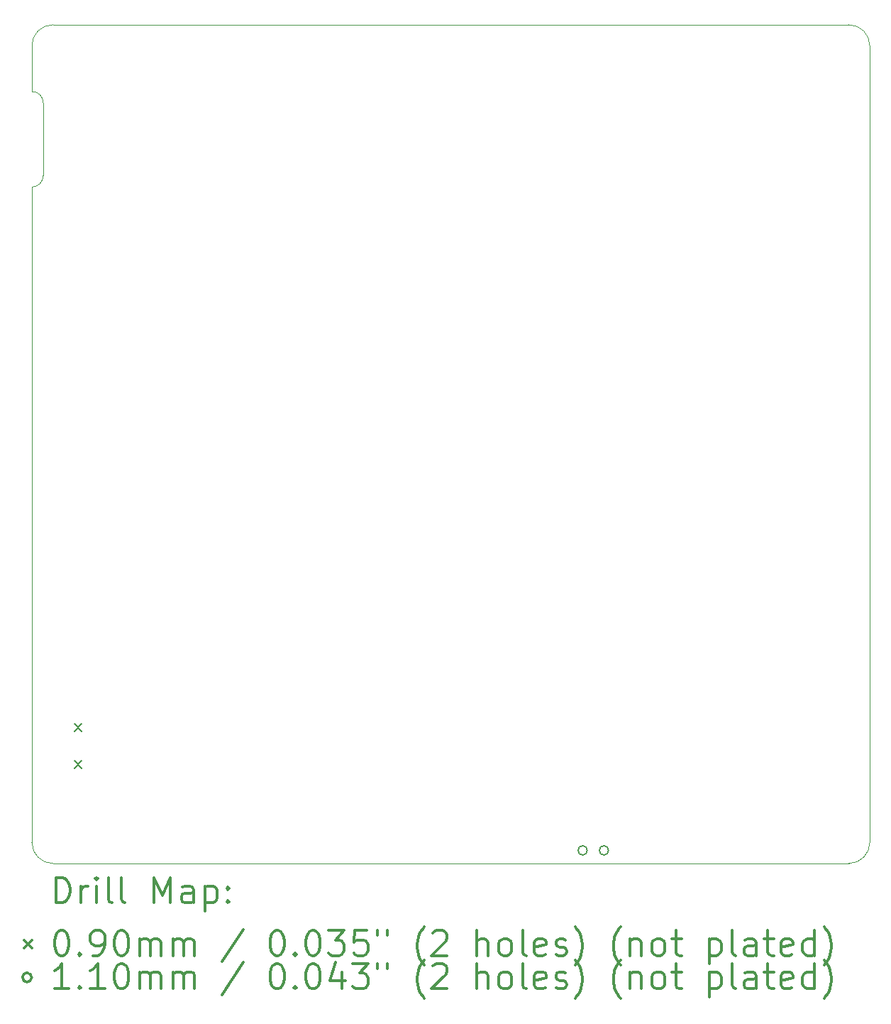
<source format=gbr>
%FSLAX45Y45*%
G04 Gerber Fmt 4.5, Leading zero omitted, Abs format (unit mm)*
G04 Created by KiCad (PCBNEW (5.1.8)-1) date 2021-10-18 22:41:16*
%MOMM*%
%LPD*%
G01*
G04 APERTURE LIST*
%TA.AperFunction,Profile*%
%ADD10C,0.050000*%
%TD*%
%ADD11C,0.200000*%
%ADD12C,0.300000*%
G04 APERTURE END LIST*
D10*
X3325000Y-5375000D02*
G75*
G02*
X3575000Y-5125000I250000J0D01*
G01*
X13075000Y-5125000D02*
G75*
G02*
X13325000Y-5375000I0J-250000D01*
G01*
X13325000Y-14875000D02*
G75*
G02*
X13075000Y-15125000I-250000J0D01*
G01*
X3575000Y-15125000D02*
G75*
G02*
X3325000Y-14875000I0J250000D01*
G01*
X3460000Y-6925000D02*
G75*
G02*
X3325000Y-7060000I-135000J0D01*
G01*
X3325000Y-5920000D02*
G75*
G02*
X3460000Y-6055000I0J-135000D01*
G01*
X3325000Y-5375000D02*
X3325000Y-5920000D01*
X3460000Y-6055000D02*
X3460000Y-6925000D01*
X3325000Y-7060000D02*
X3325000Y-14875000D01*
X13075000Y-5125000D02*
X3575000Y-5125000D01*
X13325000Y-14875000D02*
X13325000Y-5375000D01*
X3575000Y-15125000D02*
X13075000Y-15125000D01*
D11*
X3830000Y-13460000D02*
X3920000Y-13550000D01*
X3920000Y-13460000D02*
X3830000Y-13550000D01*
X3830000Y-13900000D02*
X3920000Y-13990000D01*
X3920000Y-13900000D02*
X3830000Y-13990000D01*
X9953000Y-14969000D02*
G75*
G03*
X9953000Y-14969000I-55000J0D01*
G01*
X10207000Y-14969000D02*
G75*
G03*
X10207000Y-14969000I-55000J0D01*
G01*
D12*
X3608928Y-15593214D02*
X3608928Y-15293214D01*
X3680357Y-15293214D01*
X3723214Y-15307500D01*
X3751786Y-15336071D01*
X3766071Y-15364643D01*
X3780357Y-15421786D01*
X3780357Y-15464643D01*
X3766071Y-15521786D01*
X3751786Y-15550357D01*
X3723214Y-15578929D01*
X3680357Y-15593214D01*
X3608928Y-15593214D01*
X3908928Y-15593214D02*
X3908928Y-15393214D01*
X3908928Y-15450357D02*
X3923214Y-15421786D01*
X3937500Y-15407500D01*
X3966071Y-15393214D01*
X3994643Y-15393214D01*
X4094643Y-15593214D02*
X4094643Y-15393214D01*
X4094643Y-15293214D02*
X4080357Y-15307500D01*
X4094643Y-15321786D01*
X4108928Y-15307500D01*
X4094643Y-15293214D01*
X4094643Y-15321786D01*
X4280357Y-15593214D02*
X4251786Y-15578929D01*
X4237500Y-15550357D01*
X4237500Y-15293214D01*
X4437500Y-15593214D02*
X4408928Y-15578929D01*
X4394643Y-15550357D01*
X4394643Y-15293214D01*
X4780357Y-15593214D02*
X4780357Y-15293214D01*
X4880357Y-15507500D01*
X4980357Y-15293214D01*
X4980357Y-15593214D01*
X5251786Y-15593214D02*
X5251786Y-15436071D01*
X5237500Y-15407500D01*
X5208928Y-15393214D01*
X5151786Y-15393214D01*
X5123214Y-15407500D01*
X5251786Y-15578929D02*
X5223214Y-15593214D01*
X5151786Y-15593214D01*
X5123214Y-15578929D01*
X5108928Y-15550357D01*
X5108928Y-15521786D01*
X5123214Y-15493214D01*
X5151786Y-15478929D01*
X5223214Y-15478929D01*
X5251786Y-15464643D01*
X5394643Y-15393214D02*
X5394643Y-15693214D01*
X5394643Y-15407500D02*
X5423214Y-15393214D01*
X5480357Y-15393214D01*
X5508928Y-15407500D01*
X5523214Y-15421786D01*
X5537500Y-15450357D01*
X5537500Y-15536071D01*
X5523214Y-15564643D01*
X5508928Y-15578929D01*
X5480357Y-15593214D01*
X5423214Y-15593214D01*
X5394643Y-15578929D01*
X5666071Y-15564643D02*
X5680357Y-15578929D01*
X5666071Y-15593214D01*
X5651786Y-15578929D01*
X5666071Y-15564643D01*
X5666071Y-15593214D01*
X5666071Y-15407500D02*
X5680357Y-15421786D01*
X5666071Y-15436071D01*
X5651786Y-15421786D01*
X5666071Y-15407500D01*
X5666071Y-15436071D01*
X3232500Y-16042500D02*
X3322500Y-16132500D01*
X3322500Y-16042500D02*
X3232500Y-16132500D01*
X3666071Y-15923214D02*
X3694643Y-15923214D01*
X3723214Y-15937500D01*
X3737500Y-15951786D01*
X3751786Y-15980357D01*
X3766071Y-16037500D01*
X3766071Y-16108929D01*
X3751786Y-16166071D01*
X3737500Y-16194643D01*
X3723214Y-16208929D01*
X3694643Y-16223214D01*
X3666071Y-16223214D01*
X3637500Y-16208929D01*
X3623214Y-16194643D01*
X3608928Y-16166071D01*
X3594643Y-16108929D01*
X3594643Y-16037500D01*
X3608928Y-15980357D01*
X3623214Y-15951786D01*
X3637500Y-15937500D01*
X3666071Y-15923214D01*
X3894643Y-16194643D02*
X3908928Y-16208929D01*
X3894643Y-16223214D01*
X3880357Y-16208929D01*
X3894643Y-16194643D01*
X3894643Y-16223214D01*
X4051786Y-16223214D02*
X4108928Y-16223214D01*
X4137500Y-16208929D01*
X4151786Y-16194643D01*
X4180357Y-16151786D01*
X4194643Y-16094643D01*
X4194643Y-15980357D01*
X4180357Y-15951786D01*
X4166071Y-15937500D01*
X4137500Y-15923214D01*
X4080357Y-15923214D01*
X4051786Y-15937500D01*
X4037500Y-15951786D01*
X4023214Y-15980357D01*
X4023214Y-16051786D01*
X4037500Y-16080357D01*
X4051786Y-16094643D01*
X4080357Y-16108929D01*
X4137500Y-16108929D01*
X4166071Y-16094643D01*
X4180357Y-16080357D01*
X4194643Y-16051786D01*
X4380357Y-15923214D02*
X4408928Y-15923214D01*
X4437500Y-15937500D01*
X4451786Y-15951786D01*
X4466071Y-15980357D01*
X4480357Y-16037500D01*
X4480357Y-16108929D01*
X4466071Y-16166071D01*
X4451786Y-16194643D01*
X4437500Y-16208929D01*
X4408928Y-16223214D01*
X4380357Y-16223214D01*
X4351786Y-16208929D01*
X4337500Y-16194643D01*
X4323214Y-16166071D01*
X4308928Y-16108929D01*
X4308928Y-16037500D01*
X4323214Y-15980357D01*
X4337500Y-15951786D01*
X4351786Y-15937500D01*
X4380357Y-15923214D01*
X4608928Y-16223214D02*
X4608928Y-16023214D01*
X4608928Y-16051786D02*
X4623214Y-16037500D01*
X4651786Y-16023214D01*
X4694643Y-16023214D01*
X4723214Y-16037500D01*
X4737500Y-16066071D01*
X4737500Y-16223214D01*
X4737500Y-16066071D02*
X4751786Y-16037500D01*
X4780357Y-16023214D01*
X4823214Y-16023214D01*
X4851786Y-16037500D01*
X4866071Y-16066071D01*
X4866071Y-16223214D01*
X5008928Y-16223214D02*
X5008928Y-16023214D01*
X5008928Y-16051786D02*
X5023214Y-16037500D01*
X5051786Y-16023214D01*
X5094643Y-16023214D01*
X5123214Y-16037500D01*
X5137500Y-16066071D01*
X5137500Y-16223214D01*
X5137500Y-16066071D02*
X5151786Y-16037500D01*
X5180357Y-16023214D01*
X5223214Y-16023214D01*
X5251786Y-16037500D01*
X5266071Y-16066071D01*
X5266071Y-16223214D01*
X5851786Y-15908929D02*
X5594643Y-16294643D01*
X6237500Y-15923214D02*
X6266071Y-15923214D01*
X6294643Y-15937500D01*
X6308928Y-15951786D01*
X6323214Y-15980357D01*
X6337500Y-16037500D01*
X6337500Y-16108929D01*
X6323214Y-16166071D01*
X6308928Y-16194643D01*
X6294643Y-16208929D01*
X6266071Y-16223214D01*
X6237500Y-16223214D01*
X6208928Y-16208929D01*
X6194643Y-16194643D01*
X6180357Y-16166071D01*
X6166071Y-16108929D01*
X6166071Y-16037500D01*
X6180357Y-15980357D01*
X6194643Y-15951786D01*
X6208928Y-15937500D01*
X6237500Y-15923214D01*
X6466071Y-16194643D02*
X6480357Y-16208929D01*
X6466071Y-16223214D01*
X6451786Y-16208929D01*
X6466071Y-16194643D01*
X6466071Y-16223214D01*
X6666071Y-15923214D02*
X6694643Y-15923214D01*
X6723214Y-15937500D01*
X6737500Y-15951786D01*
X6751786Y-15980357D01*
X6766071Y-16037500D01*
X6766071Y-16108929D01*
X6751786Y-16166071D01*
X6737500Y-16194643D01*
X6723214Y-16208929D01*
X6694643Y-16223214D01*
X6666071Y-16223214D01*
X6637500Y-16208929D01*
X6623214Y-16194643D01*
X6608928Y-16166071D01*
X6594643Y-16108929D01*
X6594643Y-16037500D01*
X6608928Y-15980357D01*
X6623214Y-15951786D01*
X6637500Y-15937500D01*
X6666071Y-15923214D01*
X6866071Y-15923214D02*
X7051786Y-15923214D01*
X6951786Y-16037500D01*
X6994643Y-16037500D01*
X7023214Y-16051786D01*
X7037500Y-16066071D01*
X7051786Y-16094643D01*
X7051786Y-16166071D01*
X7037500Y-16194643D01*
X7023214Y-16208929D01*
X6994643Y-16223214D01*
X6908928Y-16223214D01*
X6880357Y-16208929D01*
X6866071Y-16194643D01*
X7323214Y-15923214D02*
X7180357Y-15923214D01*
X7166071Y-16066071D01*
X7180357Y-16051786D01*
X7208928Y-16037500D01*
X7280357Y-16037500D01*
X7308928Y-16051786D01*
X7323214Y-16066071D01*
X7337500Y-16094643D01*
X7337500Y-16166071D01*
X7323214Y-16194643D01*
X7308928Y-16208929D01*
X7280357Y-16223214D01*
X7208928Y-16223214D01*
X7180357Y-16208929D01*
X7166071Y-16194643D01*
X7451786Y-15923214D02*
X7451786Y-15980357D01*
X7566071Y-15923214D02*
X7566071Y-15980357D01*
X8008928Y-16337500D02*
X7994643Y-16323214D01*
X7966071Y-16280357D01*
X7951786Y-16251786D01*
X7937500Y-16208929D01*
X7923214Y-16137500D01*
X7923214Y-16080357D01*
X7937500Y-16008929D01*
X7951786Y-15966071D01*
X7966071Y-15937500D01*
X7994643Y-15894643D01*
X8008928Y-15880357D01*
X8108928Y-15951786D02*
X8123214Y-15937500D01*
X8151786Y-15923214D01*
X8223214Y-15923214D01*
X8251786Y-15937500D01*
X8266071Y-15951786D01*
X8280357Y-15980357D01*
X8280357Y-16008929D01*
X8266071Y-16051786D01*
X8094643Y-16223214D01*
X8280357Y-16223214D01*
X8637500Y-16223214D02*
X8637500Y-15923214D01*
X8766071Y-16223214D02*
X8766071Y-16066071D01*
X8751786Y-16037500D01*
X8723214Y-16023214D01*
X8680357Y-16023214D01*
X8651786Y-16037500D01*
X8637500Y-16051786D01*
X8951786Y-16223214D02*
X8923214Y-16208929D01*
X8908928Y-16194643D01*
X8894643Y-16166071D01*
X8894643Y-16080357D01*
X8908928Y-16051786D01*
X8923214Y-16037500D01*
X8951786Y-16023214D01*
X8994643Y-16023214D01*
X9023214Y-16037500D01*
X9037500Y-16051786D01*
X9051786Y-16080357D01*
X9051786Y-16166071D01*
X9037500Y-16194643D01*
X9023214Y-16208929D01*
X8994643Y-16223214D01*
X8951786Y-16223214D01*
X9223214Y-16223214D02*
X9194643Y-16208929D01*
X9180357Y-16180357D01*
X9180357Y-15923214D01*
X9451786Y-16208929D02*
X9423214Y-16223214D01*
X9366071Y-16223214D01*
X9337500Y-16208929D01*
X9323214Y-16180357D01*
X9323214Y-16066071D01*
X9337500Y-16037500D01*
X9366071Y-16023214D01*
X9423214Y-16023214D01*
X9451786Y-16037500D01*
X9466071Y-16066071D01*
X9466071Y-16094643D01*
X9323214Y-16123214D01*
X9580357Y-16208929D02*
X9608928Y-16223214D01*
X9666071Y-16223214D01*
X9694643Y-16208929D01*
X9708928Y-16180357D01*
X9708928Y-16166071D01*
X9694643Y-16137500D01*
X9666071Y-16123214D01*
X9623214Y-16123214D01*
X9594643Y-16108929D01*
X9580357Y-16080357D01*
X9580357Y-16066071D01*
X9594643Y-16037500D01*
X9623214Y-16023214D01*
X9666071Y-16023214D01*
X9694643Y-16037500D01*
X9808928Y-16337500D02*
X9823214Y-16323214D01*
X9851786Y-16280357D01*
X9866071Y-16251786D01*
X9880357Y-16208929D01*
X9894643Y-16137500D01*
X9894643Y-16080357D01*
X9880357Y-16008929D01*
X9866071Y-15966071D01*
X9851786Y-15937500D01*
X9823214Y-15894643D01*
X9808928Y-15880357D01*
X10351786Y-16337500D02*
X10337500Y-16323214D01*
X10308928Y-16280357D01*
X10294643Y-16251786D01*
X10280357Y-16208929D01*
X10266071Y-16137500D01*
X10266071Y-16080357D01*
X10280357Y-16008929D01*
X10294643Y-15966071D01*
X10308928Y-15937500D01*
X10337500Y-15894643D01*
X10351786Y-15880357D01*
X10466071Y-16023214D02*
X10466071Y-16223214D01*
X10466071Y-16051786D02*
X10480357Y-16037500D01*
X10508928Y-16023214D01*
X10551786Y-16023214D01*
X10580357Y-16037500D01*
X10594643Y-16066071D01*
X10594643Y-16223214D01*
X10780357Y-16223214D02*
X10751786Y-16208929D01*
X10737500Y-16194643D01*
X10723214Y-16166071D01*
X10723214Y-16080357D01*
X10737500Y-16051786D01*
X10751786Y-16037500D01*
X10780357Y-16023214D01*
X10823214Y-16023214D01*
X10851786Y-16037500D01*
X10866071Y-16051786D01*
X10880357Y-16080357D01*
X10880357Y-16166071D01*
X10866071Y-16194643D01*
X10851786Y-16208929D01*
X10823214Y-16223214D01*
X10780357Y-16223214D01*
X10966071Y-16023214D02*
X11080357Y-16023214D01*
X11008928Y-15923214D02*
X11008928Y-16180357D01*
X11023214Y-16208929D01*
X11051786Y-16223214D01*
X11080357Y-16223214D01*
X11408928Y-16023214D02*
X11408928Y-16323214D01*
X11408928Y-16037500D02*
X11437500Y-16023214D01*
X11494643Y-16023214D01*
X11523214Y-16037500D01*
X11537500Y-16051786D01*
X11551786Y-16080357D01*
X11551786Y-16166071D01*
X11537500Y-16194643D01*
X11523214Y-16208929D01*
X11494643Y-16223214D01*
X11437500Y-16223214D01*
X11408928Y-16208929D01*
X11723214Y-16223214D02*
X11694643Y-16208929D01*
X11680357Y-16180357D01*
X11680357Y-15923214D01*
X11966071Y-16223214D02*
X11966071Y-16066071D01*
X11951786Y-16037500D01*
X11923214Y-16023214D01*
X11866071Y-16023214D01*
X11837500Y-16037500D01*
X11966071Y-16208929D02*
X11937500Y-16223214D01*
X11866071Y-16223214D01*
X11837500Y-16208929D01*
X11823214Y-16180357D01*
X11823214Y-16151786D01*
X11837500Y-16123214D01*
X11866071Y-16108929D01*
X11937500Y-16108929D01*
X11966071Y-16094643D01*
X12066071Y-16023214D02*
X12180357Y-16023214D01*
X12108928Y-15923214D02*
X12108928Y-16180357D01*
X12123214Y-16208929D01*
X12151786Y-16223214D01*
X12180357Y-16223214D01*
X12394643Y-16208929D02*
X12366071Y-16223214D01*
X12308928Y-16223214D01*
X12280357Y-16208929D01*
X12266071Y-16180357D01*
X12266071Y-16066071D01*
X12280357Y-16037500D01*
X12308928Y-16023214D01*
X12366071Y-16023214D01*
X12394643Y-16037500D01*
X12408928Y-16066071D01*
X12408928Y-16094643D01*
X12266071Y-16123214D01*
X12666071Y-16223214D02*
X12666071Y-15923214D01*
X12666071Y-16208929D02*
X12637500Y-16223214D01*
X12580357Y-16223214D01*
X12551786Y-16208929D01*
X12537500Y-16194643D01*
X12523214Y-16166071D01*
X12523214Y-16080357D01*
X12537500Y-16051786D01*
X12551786Y-16037500D01*
X12580357Y-16023214D01*
X12637500Y-16023214D01*
X12666071Y-16037500D01*
X12780357Y-16337500D02*
X12794643Y-16323214D01*
X12823214Y-16280357D01*
X12837500Y-16251786D01*
X12851786Y-16208929D01*
X12866071Y-16137500D01*
X12866071Y-16080357D01*
X12851786Y-16008929D01*
X12837500Y-15966071D01*
X12823214Y-15937500D01*
X12794643Y-15894643D01*
X12780357Y-15880357D01*
X3322500Y-16483500D02*
G75*
G03*
X3322500Y-16483500I-55000J0D01*
G01*
X3766071Y-16619214D02*
X3594643Y-16619214D01*
X3680357Y-16619214D02*
X3680357Y-16319214D01*
X3651786Y-16362071D01*
X3623214Y-16390643D01*
X3594643Y-16404929D01*
X3894643Y-16590643D02*
X3908928Y-16604929D01*
X3894643Y-16619214D01*
X3880357Y-16604929D01*
X3894643Y-16590643D01*
X3894643Y-16619214D01*
X4194643Y-16619214D02*
X4023214Y-16619214D01*
X4108928Y-16619214D02*
X4108928Y-16319214D01*
X4080357Y-16362071D01*
X4051786Y-16390643D01*
X4023214Y-16404929D01*
X4380357Y-16319214D02*
X4408928Y-16319214D01*
X4437500Y-16333500D01*
X4451786Y-16347786D01*
X4466071Y-16376357D01*
X4480357Y-16433500D01*
X4480357Y-16504929D01*
X4466071Y-16562071D01*
X4451786Y-16590643D01*
X4437500Y-16604929D01*
X4408928Y-16619214D01*
X4380357Y-16619214D01*
X4351786Y-16604929D01*
X4337500Y-16590643D01*
X4323214Y-16562071D01*
X4308928Y-16504929D01*
X4308928Y-16433500D01*
X4323214Y-16376357D01*
X4337500Y-16347786D01*
X4351786Y-16333500D01*
X4380357Y-16319214D01*
X4608928Y-16619214D02*
X4608928Y-16419214D01*
X4608928Y-16447786D02*
X4623214Y-16433500D01*
X4651786Y-16419214D01*
X4694643Y-16419214D01*
X4723214Y-16433500D01*
X4737500Y-16462071D01*
X4737500Y-16619214D01*
X4737500Y-16462071D02*
X4751786Y-16433500D01*
X4780357Y-16419214D01*
X4823214Y-16419214D01*
X4851786Y-16433500D01*
X4866071Y-16462071D01*
X4866071Y-16619214D01*
X5008928Y-16619214D02*
X5008928Y-16419214D01*
X5008928Y-16447786D02*
X5023214Y-16433500D01*
X5051786Y-16419214D01*
X5094643Y-16419214D01*
X5123214Y-16433500D01*
X5137500Y-16462071D01*
X5137500Y-16619214D01*
X5137500Y-16462071D02*
X5151786Y-16433500D01*
X5180357Y-16419214D01*
X5223214Y-16419214D01*
X5251786Y-16433500D01*
X5266071Y-16462071D01*
X5266071Y-16619214D01*
X5851786Y-16304929D02*
X5594643Y-16690643D01*
X6237500Y-16319214D02*
X6266071Y-16319214D01*
X6294643Y-16333500D01*
X6308928Y-16347786D01*
X6323214Y-16376357D01*
X6337500Y-16433500D01*
X6337500Y-16504929D01*
X6323214Y-16562071D01*
X6308928Y-16590643D01*
X6294643Y-16604929D01*
X6266071Y-16619214D01*
X6237500Y-16619214D01*
X6208928Y-16604929D01*
X6194643Y-16590643D01*
X6180357Y-16562071D01*
X6166071Y-16504929D01*
X6166071Y-16433500D01*
X6180357Y-16376357D01*
X6194643Y-16347786D01*
X6208928Y-16333500D01*
X6237500Y-16319214D01*
X6466071Y-16590643D02*
X6480357Y-16604929D01*
X6466071Y-16619214D01*
X6451786Y-16604929D01*
X6466071Y-16590643D01*
X6466071Y-16619214D01*
X6666071Y-16319214D02*
X6694643Y-16319214D01*
X6723214Y-16333500D01*
X6737500Y-16347786D01*
X6751786Y-16376357D01*
X6766071Y-16433500D01*
X6766071Y-16504929D01*
X6751786Y-16562071D01*
X6737500Y-16590643D01*
X6723214Y-16604929D01*
X6694643Y-16619214D01*
X6666071Y-16619214D01*
X6637500Y-16604929D01*
X6623214Y-16590643D01*
X6608928Y-16562071D01*
X6594643Y-16504929D01*
X6594643Y-16433500D01*
X6608928Y-16376357D01*
X6623214Y-16347786D01*
X6637500Y-16333500D01*
X6666071Y-16319214D01*
X7023214Y-16419214D02*
X7023214Y-16619214D01*
X6951786Y-16304929D02*
X6880357Y-16519214D01*
X7066071Y-16519214D01*
X7151786Y-16319214D02*
X7337500Y-16319214D01*
X7237500Y-16433500D01*
X7280357Y-16433500D01*
X7308928Y-16447786D01*
X7323214Y-16462071D01*
X7337500Y-16490643D01*
X7337500Y-16562071D01*
X7323214Y-16590643D01*
X7308928Y-16604929D01*
X7280357Y-16619214D01*
X7194643Y-16619214D01*
X7166071Y-16604929D01*
X7151786Y-16590643D01*
X7451786Y-16319214D02*
X7451786Y-16376357D01*
X7566071Y-16319214D02*
X7566071Y-16376357D01*
X8008928Y-16733500D02*
X7994643Y-16719214D01*
X7966071Y-16676357D01*
X7951786Y-16647786D01*
X7937500Y-16604929D01*
X7923214Y-16533500D01*
X7923214Y-16476357D01*
X7937500Y-16404929D01*
X7951786Y-16362071D01*
X7966071Y-16333500D01*
X7994643Y-16290643D01*
X8008928Y-16276357D01*
X8108928Y-16347786D02*
X8123214Y-16333500D01*
X8151786Y-16319214D01*
X8223214Y-16319214D01*
X8251786Y-16333500D01*
X8266071Y-16347786D01*
X8280357Y-16376357D01*
X8280357Y-16404929D01*
X8266071Y-16447786D01*
X8094643Y-16619214D01*
X8280357Y-16619214D01*
X8637500Y-16619214D02*
X8637500Y-16319214D01*
X8766071Y-16619214D02*
X8766071Y-16462071D01*
X8751786Y-16433500D01*
X8723214Y-16419214D01*
X8680357Y-16419214D01*
X8651786Y-16433500D01*
X8637500Y-16447786D01*
X8951786Y-16619214D02*
X8923214Y-16604929D01*
X8908928Y-16590643D01*
X8894643Y-16562071D01*
X8894643Y-16476357D01*
X8908928Y-16447786D01*
X8923214Y-16433500D01*
X8951786Y-16419214D01*
X8994643Y-16419214D01*
X9023214Y-16433500D01*
X9037500Y-16447786D01*
X9051786Y-16476357D01*
X9051786Y-16562071D01*
X9037500Y-16590643D01*
X9023214Y-16604929D01*
X8994643Y-16619214D01*
X8951786Y-16619214D01*
X9223214Y-16619214D02*
X9194643Y-16604929D01*
X9180357Y-16576357D01*
X9180357Y-16319214D01*
X9451786Y-16604929D02*
X9423214Y-16619214D01*
X9366071Y-16619214D01*
X9337500Y-16604929D01*
X9323214Y-16576357D01*
X9323214Y-16462071D01*
X9337500Y-16433500D01*
X9366071Y-16419214D01*
X9423214Y-16419214D01*
X9451786Y-16433500D01*
X9466071Y-16462071D01*
X9466071Y-16490643D01*
X9323214Y-16519214D01*
X9580357Y-16604929D02*
X9608928Y-16619214D01*
X9666071Y-16619214D01*
X9694643Y-16604929D01*
X9708928Y-16576357D01*
X9708928Y-16562071D01*
X9694643Y-16533500D01*
X9666071Y-16519214D01*
X9623214Y-16519214D01*
X9594643Y-16504929D01*
X9580357Y-16476357D01*
X9580357Y-16462071D01*
X9594643Y-16433500D01*
X9623214Y-16419214D01*
X9666071Y-16419214D01*
X9694643Y-16433500D01*
X9808928Y-16733500D02*
X9823214Y-16719214D01*
X9851786Y-16676357D01*
X9866071Y-16647786D01*
X9880357Y-16604929D01*
X9894643Y-16533500D01*
X9894643Y-16476357D01*
X9880357Y-16404929D01*
X9866071Y-16362071D01*
X9851786Y-16333500D01*
X9823214Y-16290643D01*
X9808928Y-16276357D01*
X10351786Y-16733500D02*
X10337500Y-16719214D01*
X10308928Y-16676357D01*
X10294643Y-16647786D01*
X10280357Y-16604929D01*
X10266071Y-16533500D01*
X10266071Y-16476357D01*
X10280357Y-16404929D01*
X10294643Y-16362071D01*
X10308928Y-16333500D01*
X10337500Y-16290643D01*
X10351786Y-16276357D01*
X10466071Y-16419214D02*
X10466071Y-16619214D01*
X10466071Y-16447786D02*
X10480357Y-16433500D01*
X10508928Y-16419214D01*
X10551786Y-16419214D01*
X10580357Y-16433500D01*
X10594643Y-16462071D01*
X10594643Y-16619214D01*
X10780357Y-16619214D02*
X10751786Y-16604929D01*
X10737500Y-16590643D01*
X10723214Y-16562071D01*
X10723214Y-16476357D01*
X10737500Y-16447786D01*
X10751786Y-16433500D01*
X10780357Y-16419214D01*
X10823214Y-16419214D01*
X10851786Y-16433500D01*
X10866071Y-16447786D01*
X10880357Y-16476357D01*
X10880357Y-16562071D01*
X10866071Y-16590643D01*
X10851786Y-16604929D01*
X10823214Y-16619214D01*
X10780357Y-16619214D01*
X10966071Y-16419214D02*
X11080357Y-16419214D01*
X11008928Y-16319214D02*
X11008928Y-16576357D01*
X11023214Y-16604929D01*
X11051786Y-16619214D01*
X11080357Y-16619214D01*
X11408928Y-16419214D02*
X11408928Y-16719214D01*
X11408928Y-16433500D02*
X11437500Y-16419214D01*
X11494643Y-16419214D01*
X11523214Y-16433500D01*
X11537500Y-16447786D01*
X11551786Y-16476357D01*
X11551786Y-16562071D01*
X11537500Y-16590643D01*
X11523214Y-16604929D01*
X11494643Y-16619214D01*
X11437500Y-16619214D01*
X11408928Y-16604929D01*
X11723214Y-16619214D02*
X11694643Y-16604929D01*
X11680357Y-16576357D01*
X11680357Y-16319214D01*
X11966071Y-16619214D02*
X11966071Y-16462071D01*
X11951786Y-16433500D01*
X11923214Y-16419214D01*
X11866071Y-16419214D01*
X11837500Y-16433500D01*
X11966071Y-16604929D02*
X11937500Y-16619214D01*
X11866071Y-16619214D01*
X11837500Y-16604929D01*
X11823214Y-16576357D01*
X11823214Y-16547786D01*
X11837500Y-16519214D01*
X11866071Y-16504929D01*
X11937500Y-16504929D01*
X11966071Y-16490643D01*
X12066071Y-16419214D02*
X12180357Y-16419214D01*
X12108928Y-16319214D02*
X12108928Y-16576357D01*
X12123214Y-16604929D01*
X12151786Y-16619214D01*
X12180357Y-16619214D01*
X12394643Y-16604929D02*
X12366071Y-16619214D01*
X12308928Y-16619214D01*
X12280357Y-16604929D01*
X12266071Y-16576357D01*
X12266071Y-16462071D01*
X12280357Y-16433500D01*
X12308928Y-16419214D01*
X12366071Y-16419214D01*
X12394643Y-16433500D01*
X12408928Y-16462071D01*
X12408928Y-16490643D01*
X12266071Y-16519214D01*
X12666071Y-16619214D02*
X12666071Y-16319214D01*
X12666071Y-16604929D02*
X12637500Y-16619214D01*
X12580357Y-16619214D01*
X12551786Y-16604929D01*
X12537500Y-16590643D01*
X12523214Y-16562071D01*
X12523214Y-16476357D01*
X12537500Y-16447786D01*
X12551786Y-16433500D01*
X12580357Y-16419214D01*
X12637500Y-16419214D01*
X12666071Y-16433500D01*
X12780357Y-16733500D02*
X12794643Y-16719214D01*
X12823214Y-16676357D01*
X12837500Y-16647786D01*
X12851786Y-16604929D01*
X12866071Y-16533500D01*
X12866071Y-16476357D01*
X12851786Y-16404929D01*
X12837500Y-16362071D01*
X12823214Y-16333500D01*
X12794643Y-16290643D01*
X12780357Y-16276357D01*
M02*

</source>
